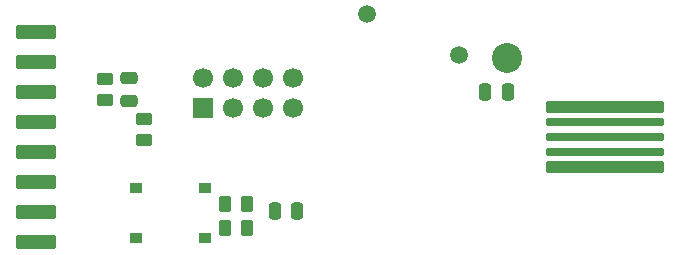
<source format=gbr>
%TF.GenerationSoftware,KiCad,Pcbnew,9.0.5*%
%TF.CreationDate,2025-10-19T11:10:53+01:00*%
%TF.ProjectId,loco-decoder-v1a,6c6f636f-2d64-4656-936f-6465722d7631,rev?*%
%TF.SameCoordinates,Original*%
%TF.FileFunction,Soldermask,Bot*%
%TF.FilePolarity,Negative*%
%FSLAX46Y46*%
G04 Gerber Fmt 4.6, Leading zero omitted, Abs format (unit mm)*
G04 Created by KiCad (PCBNEW 9.0.5) date 2025-10-19 11:10:53*
%MOMM*%
%LPD*%
G01*
G04 APERTURE LIST*
G04 Aperture macros list*
%AMRoundRect*
0 Rectangle with rounded corners*
0 $1 Rounding radius*
0 $2 $3 $4 $5 $6 $7 $8 $9 X,Y pos of 4 corners*
0 Add a 4 corners polygon primitive as box body*
4,1,4,$2,$3,$4,$5,$6,$7,$8,$9,$2,$3,0*
0 Add four circle primitives for the rounded corners*
1,1,$1+$1,$2,$3*
1,1,$1+$1,$4,$5*
1,1,$1+$1,$6,$7*
1,1,$1+$1,$8,$9*
0 Add four rect primitives between the rounded corners*
20,1,$1+$1,$2,$3,$4,$5,0*
20,1,$1+$1,$4,$5,$6,$7,0*
20,1,$1+$1,$6,$7,$8,$9,0*
20,1,$1+$1,$8,$9,$2,$3,0*%
G04 Aperture macros list end*
%ADD10RoundRect,0.156250X-4.843750X0.343750X-4.843750X-0.343750X4.843750X-0.343750X4.843750X0.343750X0*%
%ADD11RoundRect,0.093750X-4.906250X0.206250X-4.906250X-0.206250X4.906250X-0.206250X4.906250X0.206250X0*%
%ADD12C,2.540000*%
%ADD13C,1.500000*%
%ADD14R,1.700000X1.700000*%
%ADD15C,1.700000*%
%ADD16RoundRect,0.250000X0.250000X0.475000X-0.250000X0.475000X-0.250000X-0.475000X0.250000X-0.475000X0*%
%ADD17RoundRect,0.250000X0.450000X-0.262500X0.450000X0.262500X-0.450000X0.262500X-0.450000X-0.262500X0*%
%ADD18R,0.977900X0.838200*%
%ADD19RoundRect,0.250000X0.475000X-0.250000X0.475000X0.250000X-0.475000X0.250000X-0.475000X-0.250000X0*%
%ADD20RoundRect,0.250000X-0.262500X-0.450000X0.262500X-0.450000X0.262500X0.450000X-0.262500X0.450000X0*%
%ADD21RoundRect,0.250000X-0.450000X0.262500X-0.450000X-0.262500X0.450000X-0.262500X0.450000X0.262500X0*%
%ADD22RoundRect,0.102000X-1.585000X0.510000X-1.585000X-0.510000X1.585000X-0.510000X1.585000X0.510000X0*%
%ADD23RoundRect,0.250000X0.262500X0.450000X-0.262500X0.450000X-0.262500X-0.450000X0.262500X-0.450000X0*%
G04 APERTURE END LIST*
D10*
%TO.C,J1*%
X128950000Y-68710000D03*
D11*
X128950000Y-69980000D03*
X128950000Y-71250000D03*
X128950000Y-72520000D03*
D10*
X128950000Y-73790000D03*
%TD*%
D12*
%TO.C,U2*%
X120630000Y-64580000D03*
%TD*%
D13*
%TO.C,TP2*%
X108775000Y-60890000D03*
%TD*%
D14*
%TO.C,J4*%
X94865000Y-68815000D03*
D15*
X94865000Y-66275000D03*
X97405000Y-68815000D03*
X97405000Y-66275000D03*
X99945000Y-68815000D03*
X99945000Y-66275000D03*
X102485000Y-68815000D03*
X102485000Y-66275000D03*
%TD*%
D13*
%TO.C,TP1*%
X116525000Y-64360000D03*
%TD*%
D16*
%TO.C,C9*%
X100965000Y-77550000D03*
X102865000Y-77550000D03*
%TD*%
%TO.C,C3*%
X118775000Y-67450000D03*
X120675000Y-67450000D03*
%TD*%
D17*
%TO.C,R5*%
X89875000Y-69712500D03*
X89875000Y-71537500D03*
%TD*%
D18*
%TO.C,D1*%
X95069650Y-75634500D03*
X89240350Y-75634500D03*
X89240350Y-79825500D03*
X95069650Y-79825500D03*
%TD*%
D19*
%TO.C,C1*%
X88625000Y-66300000D03*
X88625000Y-68200000D03*
%TD*%
D20*
%TO.C,R16*%
X98597500Y-76990000D03*
X96772500Y-76990000D03*
%TD*%
D21*
%TO.C,R6*%
X86555000Y-68162500D03*
X86555000Y-66337500D03*
%TD*%
D22*
%TO.C,J2*%
X80752500Y-80140000D03*
X80752500Y-77600000D03*
X80752500Y-75060000D03*
X80752500Y-72520000D03*
X80752500Y-69980000D03*
X80752500Y-67440000D03*
X80752500Y-64900000D03*
X80752500Y-62360000D03*
%TD*%
D23*
%TO.C,R17*%
X96772500Y-78960000D03*
X98597500Y-78960000D03*
%TD*%
M02*

</source>
